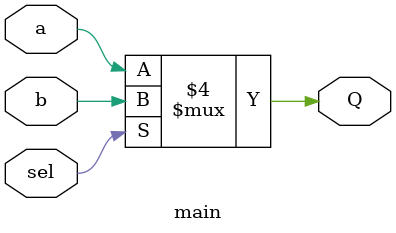
<source format=sv>
`timescale 1ns / 1ps


module main(
input logic a,
input logic b,
input logic sel,
output logic Q
    );
    
    always_comb begin
       if (sel == 1'b0) begin
            Q = a;
        end else begin
            Q = b;
       end     
    end
    
endmodule

</source>
